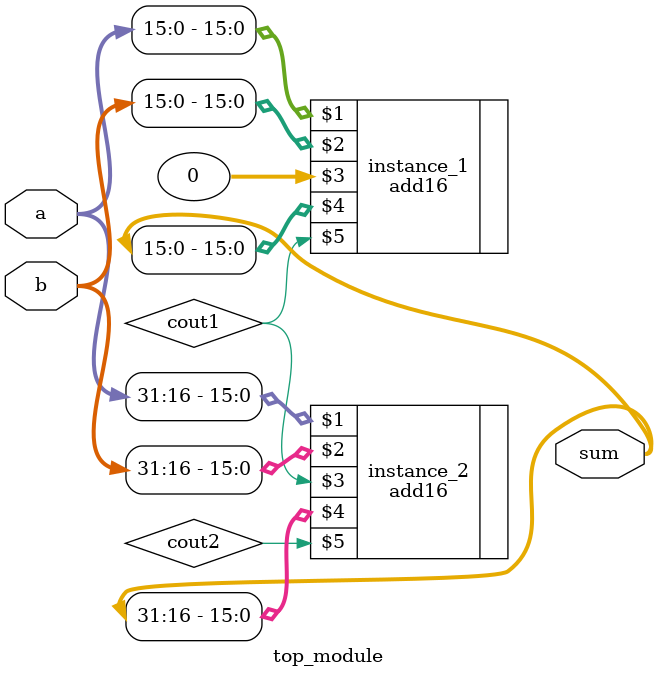
<source format=v>

module top_module(
    input [31:0] a,
    input [31:0] b,
    output [31:0] sum
);
    
    wire cout1, cout2;
    
    add16 instance_1(a[15:0], b[15:0], 0, sum[15:0], cout1),
    	  instance_2(a[31:16], b[31:16], cout1, sum[31:16], cout2);

endmodule

</source>
